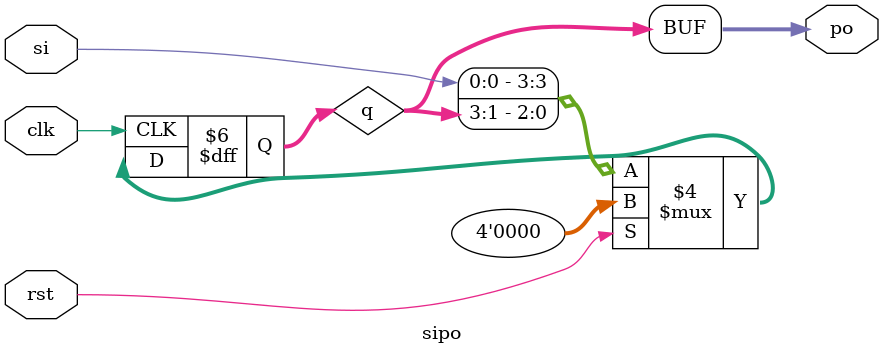
<source format=v>
module sipo(output reg [3:0]po,input clk,rst,si);
  reg [3:0] q;
  assign po = q;
  always @(posedge clk) begin
    if (rst==1)
      q <= 4'b0000;
    else begin
      q <= {si,q[3:1]};
    end 
  end
endmodule

</source>
